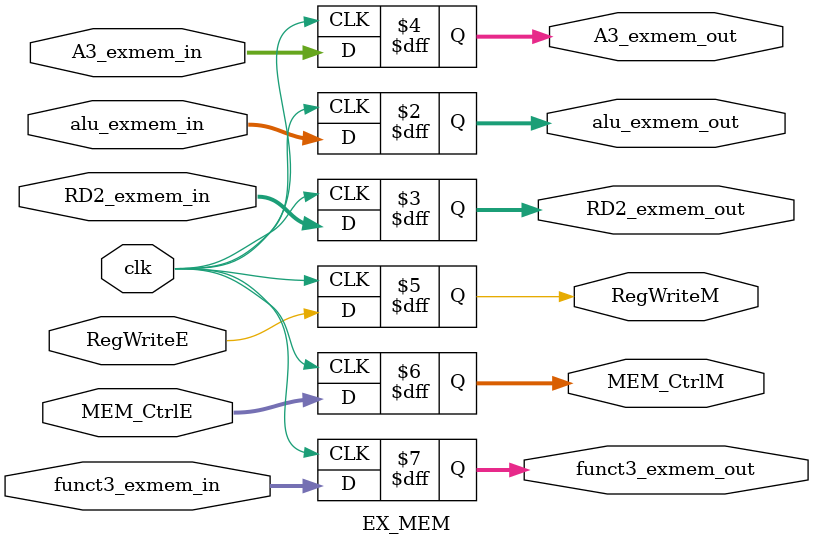
<source format=v>
`timescale 1ns / 1ps

module EX_MEM(
	input wire clk,
	input wire [31:0]alu_exmem_in, RD2_exmem_in,
	input wire [4:0]A3_exmem_in,
	
	
	output reg [31:0]alu_exmem_out, RD2_exmem_out,
	output reg [4:0]A3_exmem_out,
	
	//control
	input wire RegWriteE,
	input wire [1:0]MEM_CtrlE,
	input wire [2:0]funct3_exmem_in,
	
	output reg RegWriteM,
	output reg [1:0]MEM_CtrlM,
	output reg [2:0]funct3_exmem_out
    );

	always @(posedge clk)begin
		alu_exmem_out=alu_exmem_in;
		A3_exmem_out=A3_exmem_in;
		RD2_exmem_out=RD2_exmem_in;
		funct3_exmem_out=funct3_exmem_in;
		
		RegWriteM=RegWriteE;
		MEM_CtrlM=MEM_CtrlE;
	end

endmodule

</source>
